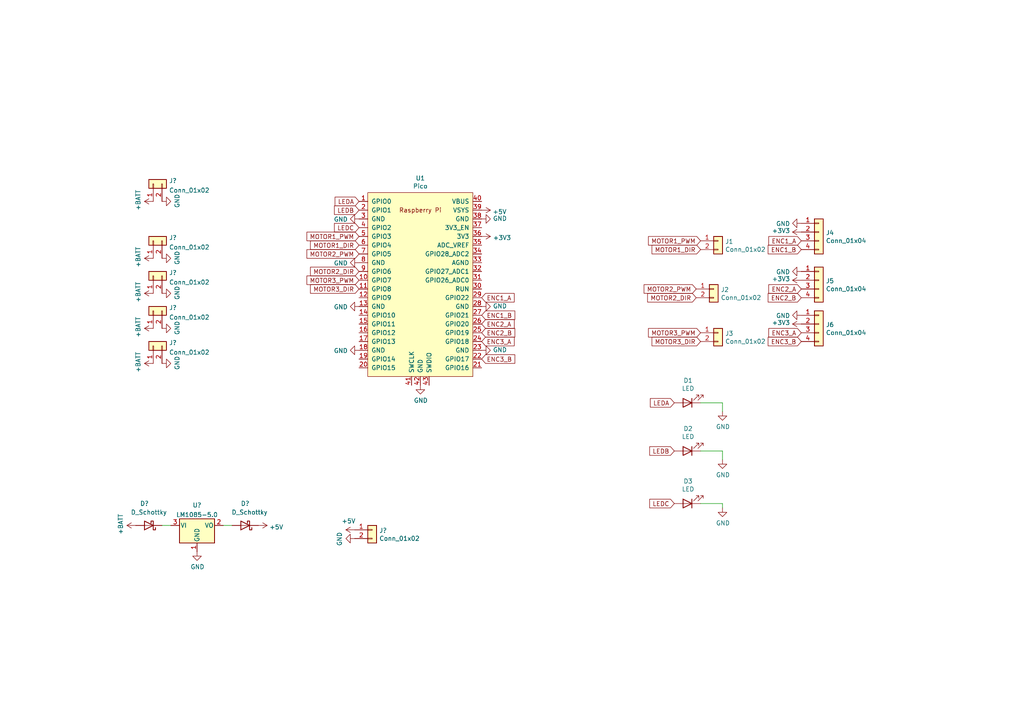
<source format=kicad_sch>
(kicad_sch (version 20211123) (generator eeschema)
  (paper "A4")
  (lib_symbols
    (symbol "Connector_Generic:Conn_01x02" (pin_names (offset 1.016) hide)
      (property "Reference" "J" (at 0 2.54 0))
      (property "Value" "Conn_01x02" (at 0 -5.08 0))
      (symbol "Conn_01x02_1_1"
        (rectangle (start -1.27 -2.413) (end 0 -2.667) (stroke (width 0.1524)))
        (rectangle (start -1.27 0.127) (end 0 -0.127) (stroke (width 0.1524)))
        (rectangle (start -1.27 1.27) (end 1.27 -3.81) (stroke (width 0.254)) (fill (type background)))
        (pin passive line (at -5.08 0 0) (length 3.81) (name "Pin_1") (number "1"))
        (pin passive line (at -5.08 -2.54 0) (length 3.81) (name "Pin_2") (number "2"))
      )
    )
    (symbol "Connector_Generic:Conn_01x04" (pin_names (offset 1.016) hide)
      (property "Reference" "J" (at 0 5.08 0))
      (property "Value" "Conn_01x04" (at 0 -7.62 0))
      (symbol "Conn_01x04_1_1"
        (rectangle (start -1.27 -4.953) (end 0 -5.207) (stroke (width 0.1524)))
        (rectangle (start -1.27 -2.413) (end 0 -2.667) (stroke (width 0.1524)))
        (rectangle (start -1.27 0.127) (end 0 -0.127) (stroke (width 0.1524)))
        (rectangle (start -1.27 2.667) (end 0 2.413) (stroke (width 0.1524)))
        (rectangle (start -1.27 3.81) (end 1.27 -6.35) (stroke (width 0.254)) (fill (type background)))
        (pin passive line (at -5.08 2.54 0) (length 3.81) (name "Pin_1") (number "1"))
        (pin passive line (at -5.08 0 0) (length 3.81) (name "Pin_2") (number "2"))
        (pin passive line (at -5.08 -2.54 0) (length 3.81) (name "Pin_3") (number "3"))
        (pin passive line (at -5.08 -5.08 0) (length 3.81) (name "Pin_4") (number "4"))
      )
    )
    (symbol "Device:D_Schottky" (pin_numbers hide) (pin_names (offset 1.016) hide)
      (property "Reference" "D" (at 0 2.54 0))
      (property "Value" "D_Schottky" (at 0 -2.54 0))
      (symbol "D_Schottky_0_1"
        (polyline (pts (xy 1.27 0) (xy -1.27 0)))
        (polyline (pts (xy 1.27 1.27) (xy 1.27 -1.27) (xy -1.27 0) (xy 1.27 1.27)) (stroke (width 0.254)))
        (polyline (pts (xy -1.905 0.635) (xy -1.905 1.27) (xy -1.27 1.27) (xy -1.27 -1.27) (xy -0.635 -1.27) (xy -0.635 -0.635)) (stroke (width 0.254)))
      )
      (symbol "D_Schottky_1_1"
        (pin passive line (at -3.81 0 0) (length 2.54) (name "K") (number "1"))
        (pin passive line (at 3.81 0 180) (length 2.54) (name "A") (number "2"))
      )
    )
    (symbol "Device:LED" (pin_numbers hide) (pin_names (offset 1.016) hide)
      (property "Reference" "D" (at 0 2.54 0))
      (property "Value" "LED" (at 0 -2.54 0))
      (symbol "LED_0_1"
        (polyline (pts (xy -1.27 -1.27) (xy -1.27 1.27)) (stroke (width 0.254)))
        (polyline (pts (xy -1.27 0) (xy 1.27 0)))
        (polyline (pts (xy 1.27 -1.27) (xy 1.27 1.27) (xy -1.27 0) (xy 1.27 -1.27)) (stroke (width 0.254)))
        (polyline (pts (xy -3.048 -0.762) (xy -4.572 -2.286) (xy -3.81 -2.286) (xy -4.572 -2.286) (xy -4.572 -1.524)))
        (polyline (pts (xy -1.778 -0.762) (xy -3.302 -2.286) (xy -2.54 -2.286) (xy -3.302 -2.286) (xy -3.302 -1.524)))
      )
      (symbol "LED_1_1"
        (pin passive line (at -3.81 0 0) (length 2.54) (name "K") (number "1"))
        (pin passive line (at 3.81 0 180) (length 2.54) (name "A") (number "2"))
      )
    )
    (symbol "RP_Silicone:Pico" (pin_names (offset 1.016))
      (property "Reference" "U" (at -13.97 27.94 0))
      (property "Value" "RP_Silicone_Pico" (at 0 19.05 0))
      (symbol "Pico_0_0"
        (text "Raspberry Pi" (at 0 21.59 0) (effects (font (size 1.27 1.27))))
      )
      (symbol "Pico_0_1"
        (rectangle (start -15.24 26.67) (end 15.24 -26.67) (fill (type background)))
      )
      (symbol "Pico_1_1"
        (pin bidirectional line (at -17.78 24.13 0) (length 2.54) (name "GPIO0") (number "1"))
        (pin bidirectional line (at -17.78 1.27 0) (length 2.54) (name "GPIO7") (number "10"))
        (pin bidirectional line (at -17.78 -1.27 0) (length 2.54) (name "GPIO8") (number "11"))
        (pin bidirectional line (at -17.78 -3.81 0) (length 2.54) (name "GPIO9") (number "12"))
        (pin power_in line (at -17.78 -6.35 0) (length 2.54) (name "GND") (number "13"))
        (pin bidirectional line (at -17.78 -8.89 0) (length 2.54) (name "GPIO10") (number "14"))
        (pin bidirectional line (at -17.78 -11.43 0) (length 2.54) (name "GPIO11") (number "15"))
        (pin bidirectional line (at -17.78 -13.97 0) (length 2.54) (name "GPIO12") (number "16"))
        (pin bidirectional line (at -17.78 -16.51 0) (length 2.54) (name "GPIO13") (number "17"))
        (pin power_in line (at -17.78 -19.05 0) (length 2.54) (name "GND") (number "18"))
        (pin bidirectional line (at -17.78 -21.59 0) (length 2.54) (name "GPIO14") (number "19"))
        (pin bidirectional line (at -17.78 21.59 0) (length 2.54) (name "GPIO1") (number "2"))
        (pin bidirectional line (at -17.78 -24.13 0) (length 2.54) (name "GPIO15") (number "20"))
        (pin bidirectional line (at 17.78 -24.13 180) (length 2.54) (name "GPIO16") (number "21"))
        (pin bidirectional line (at 17.78 -21.59 180) (length 2.54) (name "GPIO17") (number "22"))
        (pin power_in line (at 17.78 -19.05 180) (length 2.54) (name "GND") (number "23"))
        (pin bidirectional line (at 17.78 -16.51 180) (length 2.54) (name "GPIO18") (number "24"))
        (pin bidirectional line (at 17.78 -13.97 180) (length 2.54) (name "GPIO19") (number "25"))
        (pin bidirectional line (at 17.78 -11.43 180) (length 2.54) (name "GPIO20") (number "26"))
        (pin bidirectional line (at 17.78 -8.89 180) (length 2.54) (name "GPIO21") (number "27"))
        (pin power_in line (at 17.78 -6.35 180) (length 2.54) (name "GND") (number "28"))
        (pin bidirectional line (at 17.78 -3.81 180) (length 2.54) (name "GPIO22") (number "29"))
        (pin power_in line (at -17.78 19.05 0) (length 2.54) (name "GND") (number "3"))
        (pin input line (at 17.78 -1.27 180) (length 2.54) (name "RUN") (number "30"))
        (pin bidirectional line (at 17.78 1.27 180) (length 2.54) (name "GPIO26_ADC0") (number "31"))
        (pin bidirectional line (at 17.78 3.81 180) (length 2.54) (name "GPIO27_ADC1") (number "32"))
        (pin power_in line (at 17.78 6.35 180) (length 2.54) (name "AGND") (number "33"))
        (pin bidirectional line (at 17.78 8.89 180) (length 2.54) (name "GPIO28_ADC2") (number "34"))
        (pin unspecified line (at 17.78 11.43 180) (length 2.54) (name "ADC_VREF") (number "35"))
        (pin unspecified line (at 17.78 13.97 180) (length 2.54) (name "3V3") (number "36"))
        (pin input line (at 17.78 16.51 180) (length 2.54) (name "3V3_EN") (number "37"))
        (pin bidirectional line (at 17.78 19.05 180) (length 2.54) (name "GND") (number "38"))
        (pin unspecified line (at 17.78 21.59 180) (length 2.54) (name "VSYS") (number "39"))
        (pin bidirectional line (at -17.78 16.51 0) (length 2.54) (name "GPIO2") (number "4"))
        (pin unspecified line (at 17.78 24.13 180) (length 2.54) (name "VBUS") (number "40"))
        (pin input line (at -2.54 -29.21 90) (length 2.54) (name "SWCLK") (number "41"))
        (pin power_in line (at 0 -29.21 90) (length 2.54) (name "GND") (number "42"))
        (pin bidirectional line (at 2.54 -29.21 90) (length 2.54) (name "SWDIO") (number "43"))
        (pin bidirectional line (at -17.78 13.97 0) (length 2.54) (name "GPIO3") (number "5"))
        (pin bidirectional line (at -17.78 11.43 0) (length 2.54) (name "GPIO4") (number "6"))
        (pin bidirectional line (at -17.78 8.89 0) (length 2.54) (name "GPIO5") (number "7"))
        (pin power_in line (at -17.78 6.35 0) (length 2.54) (name "GND") (number "8"))
        (pin bidirectional line (at -17.78 3.81 0) (length 2.54) (name "GPIO6") (number "9"))
      )
    )
    (symbol "Regulator_Linear:LM1085-5.0" (pin_names (offset 0.254))
      (property "Reference" "U" (at -3.81 3.175 0))
      (property "Value" "LM1085-5.0" (at 0 3.175 0))
      (symbol "LM1085-5.0_0_1"
        (rectangle (start -5.08 1.905) (end 5.08 -5.08) (stroke (width 0.254)) (fill (type background)))
      )
      (symbol "LM1085-5.0_1_1"
        (pin power_in line (at 0 -7.62 90) (length 2.54) (name "GND") (number "1"))
        (pin power_out line (at 7.62 0 180) (length 2.54) (name "VO") (number "2"))
        (pin power_in line (at -7.62 0 0) (length 2.54) (name "VI") (number "3"))
      )
    )
    (symbol "power:+3V3" (power) (pin_names (offset 0))
      (property "Value" "+3V3" (at 0 3.556 0))
      (symbol "+3V3_0_1"
        (polyline (pts (xy -0.762 1.27) (xy 0 2.54)))
        (polyline (pts (xy 0 0) (xy 0 2.54)))
        (polyline (pts (xy 0 2.54) (xy 0.762 1.27)))
      )
      (symbol "+3V3_1_1"
        (pin power_in line (at 0 0 90) (length 0) hide (name "+3V3") (number "1"))
      )
    )
    (symbol "power:+5V" (power) (pin_names (offset 0))
      (property "Value" "+5V" (at 0 3.556 0))
      (symbol "+5V_0_1"
        (polyline (pts (xy -0.762 1.27) (xy 0 2.54)))
        (polyline (pts (xy 0 0) (xy 0 2.54)))
        (polyline (pts (xy 0 2.54) (xy 0.762 1.27)))
      )
      (symbol "+5V_1_1"
        (pin power_in line (at 0 0 90) (length 0) hide (name "+5V") (number "1"))
      )
    )
    (symbol "power:+BATT" (power) (pin_names (offset 0))
      (property "Value" "+BATT" (at 0 3.556 0))
      (symbol "+BATT_0_1"
        (polyline (pts (xy -0.762 1.27) (xy 0 2.54)))
        (polyline (pts (xy 0 0) (xy 0 2.54)))
        (polyline (pts (xy 0 2.54) (xy 0.762 1.27)))
      )
      (symbol "+BATT_1_1"
        (pin power_in line (at 0 0 90) (length 0) hide (name "+BATT") (number "1"))
      )
    )
    (symbol "power:GND" (power) (pin_names (offset 0))
      (property "Value" "GND" (at 0 -3.81 0))
      (symbol "GND_0_1"
        (polyline (pts (xy 0 0) (xy 0 -1.27) (xy 1.27 -1.27) (xy 0 -2.54) (xy -1.27 -1.27) (xy 0 -1.27)))
      )
      (symbol "GND_1_1"
        (pin power_in line (at 0 0 270) (length 0) hide (name "GND") (number "1"))
      )
    )
  )
  (wire (pts (xy 203.2 116.84) (xy 209.55 116.84)))
  (wire (pts (xy 203.2 130.81) (xy 209.55 130.81)))
  (wire (pts (xy 209.55 130.81) (xy 209.55 133.35)))
  (wire (pts (xy 203.2 146.05) (xy 209.55 146.05)))
  (wire (pts (xy 64.77 152.4) (xy 67.31 152.4)))
  (wire (pts (xy 46.99 152.4) (xy 49.53 152.4)))
  (wire (pts (xy 209.55 116.84) (xy 209.55 119.38)))
  (wire (pts (xy 209.55 146.05) (xy 209.55 147.32)))
  (global_label "ENC1_A" (shape input) (at 139.7 86.36 0) (property "Intersheet References" "${INTERSHEET_REFS}" (effects hide)))
  (global_label "LEDC" (shape input) (at 195.58 146.05 180) (property "Intersheet References" "${INTERSHEET_REFS}" (effects hide)))
  (global_label "MOTOR2_PWM" (shape input) (at 201.93 83.82 180) (property "Intersheet References" "${INTERSHEET_REFS}" (effects hide)))
  (global_label "ENC3_A" (shape input) (at 232.41 96.52 180) (property "Intersheet References" "${INTERSHEET_REFS}" (effects hide)))
  (global_label "MOTOR3_PWM" (shape input) (at 104.14 81.28 180) (property "Intersheet References" "${INTERSHEET_REFS}" (effects hide)))
  (global_label "MOTOR3_DIR" (shape input) (at 104.14 83.82 180) (property "Intersheet References" "${INTERSHEET_REFS}" (effects hide)))
  (global_label "MOTOR1_PWM" (shape input) (at 104.14 68.58 180) (property "Intersheet References" "${INTERSHEET_REFS}" (effects hide)))
  (global_label "MOTOR1_DIR" (shape input) (at 203.2 72.39 180) (property "Intersheet References" "${INTERSHEET_REFS}" (effects hide)))
  (global_label "MOTOR1_PWM" (shape input) (at 203.2 69.85 180) (property "Intersheet References" "${INTERSHEET_REFS}" (effects hide)))
  (global_label "MOTOR3_DIR" (shape input) (at 203.2 99.06 180) (property "Intersheet References" "${INTERSHEET_REFS}" (effects hide)))
  (global_label "ENC1_B" (shape input) (at 139.7 91.44 0) (property "Intersheet References" "${INTERSHEET_REFS}" (effects hide)))
  (global_label "LEDA" (shape input) (at 104.14 58.42 180) (property "Intersheet References" "${INTERSHEET_REFS}" (effects hide)))
  (global_label "MOTOR2_DIR" (shape input) (at 104.14 78.74 180) (property "Intersheet References" "${INTERSHEET_REFS}" (effects hide)))
  (global_label "ENC3_A" (shape input) (at 139.7 99.06 0) (property "Intersheet References" "${INTERSHEET_REFS}" (effects hide)))
  (global_label "MOTOR3_PWM" (shape input) (at 203.2 96.52 180) (property "Intersheet References" "${INTERSHEET_REFS}" (effects hide)))
  (global_label "LEDC" (shape input) (at 104.14 66.04 180) (property "Intersheet References" "${INTERSHEET_REFS}" (effects hide)))
  (global_label "LEDB" (shape input) (at 104.14 60.96 180) (property "Intersheet References" "${INTERSHEET_REFS}" (effects hide)))
  (global_label "ENC2_A" (shape input) (at 232.41 83.82 180) (property "Intersheet References" "${INTERSHEET_REFS}" (effects hide)))
  (global_label "LEDB" (shape input) (at 195.58 130.81 180) (property "Intersheet References" "${INTERSHEET_REFS}" (effects hide)))
  (global_label "ENC2_B" (shape input) (at 139.7 96.52 0) (property "Intersheet References" "${INTERSHEET_REFS}" (effects hide)))
  (global_label "MOTOR2_DIR" (shape input) (at 201.93 86.36 180) (property "Intersheet References" "${INTERSHEET_REFS}" (effects hide)))
  (global_label "ENC3_B" (shape input) (at 232.41 99.06 180) (property "Intersheet References" "${INTERSHEET_REFS}" (effects hide)))
  (global_label "ENC2_A" (shape input) (at 139.7 93.98 0) (property "Intersheet References" "${INTERSHEET_REFS}" (effects hide)))
  (global_label "ENC2_B" (shape input) (at 232.41 86.36 180) (property "Intersheet References" "${INTERSHEET_REFS}" (effects hide)))
  (global_label "MOTOR1_DIR" (shape input) (at 104.14 71.12 180) (property "Intersheet References" "${INTERSHEET_REFS}" (effects hide)))
  (global_label "MOTOR2_PWM" (shape input) (at 104.14 73.66 180) (property "Intersheet References" "${INTERSHEET_REFS}" (effects hide)))
  (global_label "ENC3_B" (shape input) (at 139.7 104.14 0) (property "Intersheet References" "${INTERSHEET_REFS}" (effects hide)))
  (global_label "ENC1_A" (shape input) (at 232.41 69.85 180) (property "Intersheet References" "${INTERSHEET_REFS}" (effects hide)))
  (global_label "ENC1_B" (shape input) (at 232.41 72.39 180) (property "Intersheet References" "${INTERSHEET_REFS}" (effects hide)))
  (global_label "LEDA" (shape input) (at 195.58 116.84 180) (property "Intersheet References" "${INTERSHEET_REFS}" (effects hide)))
  (symbol (lib_id "RP_Silicone:Pico") (at 121.92 82.55 0) (unit 1)
    (property "Reference" "U1" (at 121.92 51.689 0))
    (property "Value" "Pico" (at 121.92 54.0004 0))
    (property "Footprint" "MCU_RaspberryPi_and_Boards:RPi_Pico_SMD_TH" (effects hide))
  )
  (symbol (lib_id "power:GND") (at 104.14 63.5 270) (unit 1)
    (property "Reference" "#PWR0103" (effects hide))
    (property "Value" "GND" (at 100.8888 63.627 90) (effects (justify right)))
  )
  (symbol (lib_id "power:GND") (at 104.14 76.2 270) (unit 1)
    (property "Reference" "#PWR0104" (effects hide))
    (property "Value" "GND" (at 100.8888 76.327 90) (effects (justify right)))
  )
  (symbol (lib_id "power:GND") (at 104.14 88.9 270) (unit 1)
    (property "Reference" "#PWR0105" (effects hide))
    (property "Value" "GND" (at 100.8888 89.027 90) (effects (justify right)))
  )
  (symbol (lib_id "power:GND") (at 104.14 101.6 270) (unit 1)
    (property "Reference" "#PWR0106" (effects hide))
    (property "Value" "GND" (at 100.8888 101.727 90) (effects (justify right)))
  )
  (symbol (lib_id "power:GND") (at 121.92 111.76 0) (unit 1)
    (property "Reference" "#PWR0107" (effects hide))
    (property "Value" "GND" (at 122.047 116.1542 0))
  )
  (symbol (lib_id "power:GND") (at 139.7 63.5 90) (unit 1)
    (property "Reference" "#PWR0108" (effects hide))
    (property "Value" "GND" (at 142.9512 63.373 90) (effects (justify right)))
  )
  (symbol (lib_id "power:+3V3") (at 139.7 68.58 270) (unit 1)
    (property "Reference" "#PWR0109" (effects hide))
    (property "Value" "+3V3" (at 142.9512 68.961 90) (effects (justify left)))
  )
  (symbol (lib_id "power:GND") (at 139.7 88.9 90) (unit 1)
    (property "Reference" "#PWR0110" (effects hide))
    (property "Value" "GND" (at 142.9512 88.773 90) (effects (justify right)))
  )
  (symbol (lib_id "power:GND") (at 139.7 101.6 90) (unit 1)
    (property "Reference" "#PWR0111" (effects hide))
    (property "Value" "GND" (at 142.9512 101.473 90) (effects (justify right)))
  )
  (symbol (lib_id "Connector_Generic:Conn_01x02") (at 208.28 69.85 0) (unit 1)
    (property "Reference" "J1" (at 210.312 70.0532 0) (effects (justify left)))
    (property "Value" "Conn_01x02" (at 210.312 72.3646 0) (effects (justify left)))
    (property "Footprint" "Connector_JST:JST_XH_B2B-XH-AM_1x02_P2.50mm_Vertical" (effects hide))
  )
  (symbol (lib_id "Connector_Generic:Conn_01x02") (at 207.01 83.82 0) (unit 1)
    (property "Reference" "J2" (at 209.042 84.0232 0) (effects (justify left)))
    (property "Value" "Conn_01x02" (at 209.042 86.3346 0) (effects (justify left)))
    (property "Footprint" "Connector_JST:JST_XH_B2B-XH-AM_1x02_P2.50mm_Vertical" (effects hide))
  )
  (symbol (lib_id "Connector_Generic:Conn_01x02") (at 208.28 96.52 0) (unit 1)
    (property "Reference" "J3" (at 210.312 96.7232 0) (effects (justify left)))
    (property "Value" "Conn_01x02" (at 210.312 99.0346 0) (effects (justify left)))
    (property "Footprint" "Connector_JST:JST_XH_B2B-XH-AM_1x02_P2.50mm_Vertical" (effects hide))
  )
  (symbol (lib_id "Connector_Generic:Conn_01x04") (at 237.49 67.31 0) (unit 1)
    (property "Reference" "J4" (at 239.522 67.5132 0) (effects (justify left)))
    (property "Value" "Conn_01x04" (at 239.522 69.8246 0) (effects (justify left)))
    (property "Footprint" "Connector_JST:JST_XH_B4B-XH-A_1x04_P2.50mm_Vertical" (effects hide))
  )
  (symbol (lib_id "Connector_Generic:Conn_01x04") (at 237.49 81.28 0) (unit 1)
    (property "Reference" "J5" (at 239.522 81.4832 0) (effects (justify left)))
    (property "Value" "Conn_01x04" (at 239.522 83.7946 0) (effects (justify left)))
    (property "Footprint" "Connector_JST:JST_XH_B4B-XH-A_1x04_P2.50mm_Vertical" (effects hide))
  )
  (symbol (lib_id "Connector_Generic:Conn_01x04") (at 237.49 93.98 0) (unit 1)
    (property "Reference" "J6" (at 239.522 94.1832 0) (effects (justify left)))
    (property "Value" "Conn_01x04" (at 239.522 96.4946 0) (effects (justify left)))
    (property "Footprint" "Connector_JST:JST_XH_B4B-XH-A_1x04_P2.50mm_Vertical" (effects hide))
  )
  (symbol (lib_id "power:GND") (at 232.41 64.77 270) (unit 1)
    (property "Reference" "#PWR0112" (effects hide))
    (property "Value" "GND" (at 229.1588 64.897 90) (effects (justify right)))
  )
  (symbol (lib_id "power:GND") (at 232.41 78.74 270) (unit 1)
    (property "Reference" "#PWR0113" (effects hide))
    (property "Value" "GND" (at 229.1588 78.867 90) (effects (justify right)))
  )
  (symbol (lib_id "power:GND") (at 232.41 91.44 270) (unit 1)
    (property "Reference" "#PWR0114" (effects hide))
    (property "Value" "GND" (at 229.1588 91.567 90) (effects (justify right)))
  )
  (symbol (lib_id "power:+3V3") (at 232.41 67.31 90) (unit 1)
    (property "Reference" "#PWR0115" (effects hide))
    (property "Value" "+3V3" (at 229.1588 66.929 90) (effects (justify left)))
  )
  (symbol (lib_id "power:+3V3") (at 232.41 81.28 90) (unit 1)
    (property "Reference" "#PWR0116" (effects hide))
    (property "Value" "+3V3" (at 229.1588 80.899 90) (effects (justify left)))
  )
  (symbol (lib_id "power:+3V3") (at 232.41 93.98 90) (unit 1)
    (property "Reference" "#PWR0117" (effects hide))
    (property "Value" "+3V3" (at 229.1588 93.599 90) (effects (justify left)))
  )
  (symbol (lib_id "Device:LED") (at 199.39 116.84 180) (unit 1)
    (property "Reference" "D1" (at 199.5678 110.363 0))
    (property "Value" "LED" (at 199.5678 112.6744 0))
    (property "Footprint" "LED_SMD:LED_1206_3216Metric_Pad1.42x1.75mm_HandSolder" (effects hide))
  )
  (symbol (lib_id "Device:LED") (at 199.39 130.81 180) (unit 1)
    (property "Reference" "D2" (at 199.5678 124.333 0))
    (property "Value" "LED" (at 199.5678 126.6444 0))
    (property "Footprint" "LED_SMD:LED_1206_3216Metric_Pad1.42x1.75mm_HandSolder" (effects hide))
  )
  (symbol (lib_id "Device:LED") (at 199.39 146.05 180) (unit 1)
    (property "Reference" "D3" (at 199.5678 139.573 0))
    (property "Value" "LED" (at 199.5678 141.8844 0))
    (property "Footprint" "LED_SMD:LED_1206_3216Metric_Pad1.42x1.75mm_HandSolder" (effects hide))
  )
  (symbol (lib_id "power:GND") (at 209.55 119.38 0) (unit 1)
    (property "Reference" "#PWR0118" (effects hide))
    (property "Value" "GND" (at 209.677 123.7742 0))
  )
  (symbol (lib_id "power:GND") (at 209.55 133.35 0) (unit 1)
    (property "Reference" "#PWR0119" (effects hide))
    (property "Value" "GND" (at 209.677 137.7442 0))
  )
  (symbol (lib_id "power:GND") (at 209.55 147.32 0) (unit 1)
    (property "Reference" "#PWR0120" (effects hide))
    (property "Value" "GND" (at 209.677 151.7142 0))
  )
  (symbol (lib_id "Device:D_Schottky") (at 43.18 152.4 180) (unit 1)
    (property "Reference" "D?" (at 41.91 146.05 0))
    (property "Value" "D_Schottky" (at 43.18 148.59 0))
  )
  (symbol (lib_id "power:+5V") (at 74.93 152.4 270) (unit 1)
    (property "Reference" "#PWR?" (effects hide))
    (property "Value" "+5V" (at 78.105 152.879 90) (effects (justify left)))
  )
  (symbol (lib_id "Connector_Generic:Conn_01x02") (at 44.45 53.34 90) (unit 1)
    (property "Reference" "J?" (at 49.022 52.4315 90) (effects (justify right)))
    (property "Value" "Conn_01x02" (at 49.022 55.2066 90) (effects (justify right)))
  )
  (symbol (lib_id "power:GND") (at 46.99 95.25 90) (unit 1)
    (property "Reference" "#PWR?" (effects hide))
    (property "Value" "GND" (at 51.3842 95.123 0))
  )
  (symbol (lib_id "power:GND") (at 46.99 85.09 90) (unit 1)
    (property "Reference" "#PWR?" (effects hide))
    (property "Value" "GND" (at 51.3842 84.963 0))
  )
  (symbol (lib_id "power:+BATT") (at 44.45 105.41 90) (unit 1)
    (property "Reference" "#PWR?" (effects hide))
    (property "Value" "+BATT" (at 40.0558 105.029 0))
  )
  (symbol (lib_id "Connector_Generic:Conn_01x02") (at 107.95 153.67 0) (unit 1)
    (property "Reference" "J?" (at 109.982 153.8732 0) (effects (justify left)))
    (property "Value" "Conn_01x02" (at 109.982 156.1846 0) (effects (justify left)))
    (property "Footprint" "Connector_JST:JST_XH_B2B-XH-AM_1x02_P2.50mm_Vertical" (effects hide))
  )
  (symbol (lib_id "Device:D_Schottky") (at 71.12 152.4 180) (unit 1)
    (property "Reference" "D?" (at 71.12 146.05 0))
    (property "Value" "D_Schottky" (at 72.39 148.59 0))
  )
  (symbol (lib_id "power:+BATT") (at 44.45 85.09 90) (unit 1)
    (property "Reference" "#PWR?" (effects hide))
    (property "Value" "+BATT" (at 40.0558 84.709 0))
  )
  (symbol (lib_id "power:GND") (at 46.99 74.93 90) (unit 1)
    (property "Reference" "#PWR?" (effects hide))
    (property "Value" "GND" (at 51.3842 74.803 0))
  )
  (symbol (lib_id "Connector_Generic:Conn_01x02") (at 44.45 100.33 90) (unit 1)
    (property "Reference" "J?" (at 49.022 99.4215 90) (effects (justify right)))
    (property "Value" "Conn_01x02" (at 49.022 102.1966 90) (effects (justify right)))
  )
  (symbol (lib_id "power:GND") (at 46.99 58.42 90) (unit 1)
    (property "Reference" "#PWR?" (effects hide))
    (property "Value" "GND" (at 51.3842 58.293 0))
  )
  (symbol (lib_id "power:GND") (at 46.99 105.41 90) (unit 1)
    (property "Reference" "#PWR?" (effects hide))
    (property "Value" "GND" (at 51.3842 105.283 0))
  )
  (symbol (lib_id "power:+BATT") (at 44.45 74.93 90) (unit 1)
    (property "Reference" "#PWR?" (effects hide))
    (property "Value" "+BATT" (at 40.0558 74.549 0))
  )
  (symbol (lib_id "power:GND") (at 102.87 156.21 270) (unit 1)
    (property "Reference" "#PWR?" (effects hide))
    (property "Value" "GND" (at 98.4758 156.337 0))
  )
  (symbol (lib_id "power:GND") (at 57.15 160.02 0) (unit 1)
    (property "Reference" "#PWR?" (effects hide))
    (property "Value" "GND" (at 57.277 164.4142 0))
  )
  (symbol (lib_id "Connector_Generic:Conn_01x02") (at 44.45 69.85 90) (unit 1)
    (property "Reference" "J?" (at 49.022 68.9415 90) (effects (justify right)))
    (property "Value" "Conn_01x02" (at 49.022 71.7166 90) (effects (justify right)))
  )
  (symbol (lib_id "Regulator_Linear:LM1085-5.0") (at 57.15 152.4 0) (unit 1)
    (property "Reference" "U?" (at 57.15 146.5285 0))
    (property "Value" "LM1085-5.0" (at 57.15 149.3036 0))
    (property "Datasheet" "http://www.ti.com/lit/ds/symlink/lm1085.pdf" (effects hide))
  )
  (symbol (lib_id "Connector_Generic:Conn_01x02") (at 44.45 90.17 90) (unit 1)
    (property "Reference" "J?" (at 49.022 89.2615 90) (effects (justify right)))
    (property "Value" "Conn_01x02" (at 49.022 92.0366 90) (effects (justify right)))
  )
  (symbol (lib_id "power:+5V") (at 139.7 60.96 270) (unit 1)
    (property "Reference" "#PWR?" (effects hide))
    (property "Value" "+5V" (at 142.875 61.439 90) (effects (justify left)))
  )
  (symbol (lib_id "power:+BATT") (at 44.45 95.25 90) (unit 1)
    (property "Reference" "#PWR?" (effects hide))
    (property "Value" "+BATT" (at 40.0558 94.869 0))
  )
  (symbol (lib_id "power:+BATT") (at 39.37 152.4 90) (unit 1)
    (property "Reference" "#PWR?" (effects hide))
    (property "Value" "+BATT" (at 34.9758 152.019 0))
  )
  (symbol (lib_id "power:+5V") (at 102.87 153.67 90) (unit 1)
    (property "Reference" "#PWR?" (effects hide))
    (property "Value" "+5V" (at 99.06 151.13 90) (effects (justify right)))
  )
  (symbol (lib_id "power:+BATT") (at 44.45 58.42 90) (unit 1)
    (property "Reference" "#PWR?" (effects hide))
    (property "Value" "+BATT" (at 40.0558 58.039 0))
  )
  (symbol (lib_id "Connector_Generic:Conn_01x02") (at 44.45 80.01 90) (unit 1)
    (property "Reference" "J?" (at 49.022 79.1015 90) (effects (justify right)))
    (property "Value" "Conn_01x02" (at 49.022 81.8766 90) (effects (justify right)))
  )
)
</source>
